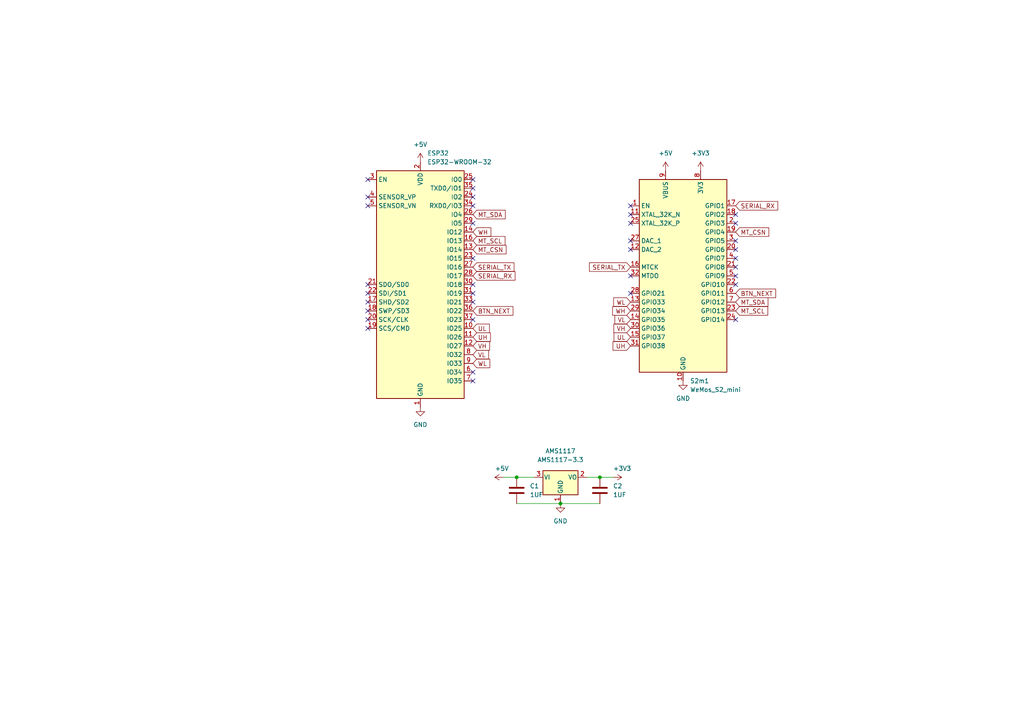
<source format=kicad_sch>
(kicad_sch (version 20211123) (generator eeschema)
  (paper "A4")
  (lib_symbols
    (symbol "Device:C" (pin_numbers hide) (pin_names (offset 0.254))
      (property "Reference" "C" (at 0.635 2.54 0))
      (property "Value" "C" (at 0.635 -2.54 0))
      (symbol "C_0_1"
        (polyline (pts (xy -2.032 -0.762) (xy 2.032 -0.762)) (stroke (width 0.508)))
        (polyline (pts (xy -2.032 0.762) (xy 2.032 0.762)) (stroke (width 0.508)))
      )
      (symbol "C_1_1"
        (pin passive line (at 0 3.81 270) (length 2.794) (name "~") (number "1"))
        (pin passive line (at 0 -3.81 90) (length 2.794) (name "~") (number "2"))
      )
    )
    (symbol "RF_Module:ESP32-WROOM-32"
      (property "Reference" "U" (at -12.7 34.29 0))
      (property "Value" "ESP32-WROOM-32" (at 1.27 34.29 0))
      (symbol "ESP32-WROOM-32_0_1"
        (rectangle (start -12.7 33.02) (end 12.7 -33.02) (stroke (width 0.254)) (fill (type background)))
      )
      (symbol "ESP32-WROOM-32_1_1"
        (pin power_in line (at 0 -35.56 90) (length 2.54) (name "GND") (number "1"))
        (pin bidirectional line (at 15.24 -12.7 180) (length 2.54) (name "IO25") (number "10"))
        (pin bidirectional line (at 15.24 -15.24 180) (length 2.54) (name "IO26") (number "11"))
        (pin bidirectional line (at 15.24 -17.78 180) (length 2.54) (name "IO27") (number "12"))
        (pin bidirectional line (at 15.24 10.16 180) (length 2.54) (name "IO14") (number "13"))
        (pin bidirectional line (at 15.24 15.24 180) (length 2.54) (name "IO12") (number "14"))
        (pin passive line (at 0 -35.56 90) (length 2.54) hide (name "GND") (number "15"))
        (pin bidirectional line (at 15.24 12.7 180) (length 2.54) (name "IO13") (number "16"))
        (pin bidirectional line (at -15.24 -5.08 0) (length 2.54) (name "SHD/SD2") (number "17"))
        (pin bidirectional line (at -15.24 -7.62 0) (length 2.54) (name "SWP/SD3") (number "18"))
        (pin bidirectional line (at -15.24 -12.7 0) (length 2.54) (name "SCS/CMD") (number "19"))
        (pin power_in line (at 0 35.56 270) (length 2.54) (name "VDD") (number "2"))
        (pin bidirectional line (at -15.24 -10.16 0) (length 2.54) (name "SCK/CLK") (number "20"))
        (pin bidirectional line (at -15.24 0 0) (length 2.54) (name "SDO/SD0") (number "21"))
        (pin bidirectional line (at -15.24 -2.54 0) (length 2.54) (name "SDI/SD1") (number "22"))
        (pin bidirectional line (at 15.24 7.62 180) (length 2.54) (name "IO15") (number "23"))
        (pin bidirectional line (at 15.24 25.4 180) (length 2.54) (name "IO2") (number "24"))
        (pin bidirectional line (at 15.24 30.48 180) (length 2.54) (name "IO0") (number "25"))
        (pin bidirectional line (at 15.24 20.32 180) (length 2.54) (name "IO4") (number "26"))
        (pin bidirectional line (at 15.24 5.08 180) (length 2.54) (name "IO16") (number "27"))
        (pin bidirectional line (at 15.24 2.54 180) (length 2.54) (name "IO17") (number "28"))
        (pin bidirectional line (at 15.24 17.78 180) (length 2.54) (name "IO5") (number "29"))
        (pin input line (at -15.24 30.48 0) (length 2.54) (name "EN") (number "3"))
        (pin bidirectional line (at 15.24 0 180) (length 2.54) (name "IO18") (number "30"))
        (pin bidirectional line (at 15.24 -2.54 180) (length 2.54) (name "IO19") (number "31"))
        (pin no_connect line (at -12.7 -27.94 0) (length 2.54) hide (name "NC") (number "32"))
        (pin bidirectional line (at 15.24 -5.08 180) (length 2.54) (name "IO21") (number "33"))
        (pin bidirectional line (at 15.24 22.86 180) (length 2.54) (name "RXD0/IO3") (number "34"))
        (pin bidirectional line (at 15.24 27.94 180) (length 2.54) (name "TXD0/IO1") (number "35"))
        (pin bidirectional line (at 15.24 -7.62 180) (length 2.54) (name "IO22") (number "36"))
        (pin bidirectional line (at 15.24 -10.16 180) (length 2.54) (name "IO23") (number "37"))
        (pin passive line (at 0 -35.56 90) (length 2.54) hide (name "GND") (number "38"))
        (pin passive line (at 0 -35.56 90) (length 2.54) hide (name "GND") (number "39"))
        (pin input line (at -15.24 25.4 0) (length 2.54) (name "SENSOR_VP") (number "4"))
        (pin input line (at -15.24 22.86 0) (length 2.54) (name "SENSOR_VN") (number "5"))
        (pin input line (at 15.24 -25.4 180) (length 2.54) (name "IO34") (number "6"))
        (pin input line (at 15.24 -27.94 180) (length 2.54) (name "IO35") (number "7"))
        (pin bidirectional line (at 15.24 -20.32 180) (length 2.54) (name "IO32") (number "8"))
        (pin bidirectional line (at 15.24 -22.86 180) (length 2.54) (name "IO33") (number "9"))
      )
    )
    (symbol "Regulator_Linear:AMS1117-3.3" (pin_names (offset 0.254))
      (property "Reference" "U" (at -3.81 3.175 0))
      (property "Value" "AMS1117-3.3" (at 0 3.175 0))
      (symbol "AMS1117-3.3_0_1"
        (rectangle (start -5.08 -5.08) (end 5.08 1.905) (stroke (width 0.254)) (fill (type background)))
      )
      (symbol "AMS1117-3.3_1_1"
        (pin power_in line (at 0 -7.62 90) (length 2.54) (name "GND") (number "1"))
        (pin power_out line (at 7.62 0 180) (length 2.54) (name "VO") (number "2"))
        (pin power_in line (at -7.62 0 0) (length 2.54) (name "VI") (number "3"))
      )
    )
    (symbol "Wemos S2 Mini (BETA):WeMos_S2_mini"
      (property "Reference" "U" (at 2.54 -30.48 0))
      (property "Value" "WeMos_S2_mini" (at 2.54 -33.02 0))
      (symbol "WeMos_S2_mini_1_1"
        (rectangle (start -12.7 27.94) (end 12.7 -27.94) (stroke (width 0.254)) (fill (type background)))
        (pin input line (at -15.24 20.32 0) (length 2.54) (name "EN") (number "1"))
        (pin power_in line (at 0 -30.48 90) (length 2.54) (name "GND") (number "10"))
        (pin input line (at -15.24 17.78 0) (length 2.54) (name "XTAL_32K_N") (number "11"))
        (pin output line (at -15.24 7.62 0) (length 2.54) (name "DAC_2") (number "12"))
        (pin bidirectional line (at -15.24 -7.62 0) (length 2.54) (name "GPIO33") (number "13"))
        (pin bidirectional line (at -15.24 -12.7 0) (length 2.54) (name "GPIO35") (number "14"))
        (pin bidirectional line (at -15.24 -17.78 0) (length 2.54) (name "GPIO37") (number "15"))
        (pin output line (at -15.24 2.54 0) (length 2.54) (name "MTCK") (number "16"))
        (pin bidirectional line (at 15.24 20.32 180) (length 2.54) (name "GPIO1") (number "17"))
        (pin bidirectional line (at 15.24 17.78 180) (length 2.54) (name "GPIO2") (number "18"))
        (pin bidirectional line (at 15.24 12.7 180) (length 2.54) (name "GPIO4") (number "19"))
        (pin bidirectional line (at 15.24 15.24 180) (length 2.54) (name "GPIO3") (number "2"))
        (pin bidirectional line (at 15.24 7.62 180) (length 2.54) (name "GPIO6") (number "20"))
        (pin bidirectional line (at 15.24 2.54 180) (length 2.54) (name "GPIO8") (number "21"))
        (pin bidirectional line (at 15.24 -2.54 180) (length 2.54) (name "GPIO10") (number "22"))
        (pin bidirectional line (at 15.24 -10.16 180) (length 2.54) (name "GPIO13") (number "23"))
        (pin bidirectional line (at 15.24 -12.7 180) (length 2.54) (name "GPIO14") (number "24"))
        (pin output line (at -15.24 15.24 0) (length 2.54) (name "XTAL_32K_P") (number "25"))
        (pin passive line (at 0 -30.48 90) (length 2.54) hide (name "GND") (number "26"))
        (pin output line (at -15.24 10.16 0) (length 2.54) (name "DAC_1") (number "27"))
        (pin bidirectional line (at -15.24 -5.08 0) (length 2.54) (name "GPIO21") (number "28"))
        (pin bidirectional line (at -15.24 -10.16 0) (length 2.54) (name "GPIO34") (number "29"))
        (pin bidirectional line (at 15.24 10.16 180) (length 2.54) (name "GPIO5") (number "3"))
        (pin bidirectional line (at -15.24 -15.24 0) (length 2.54) (name "GPIO36") (number "30"))
        (pin bidirectional line (at -15.24 -20.32 0) (length 2.54) (name "GPIO38") (number "31"))
        (pin output line (at -15.24 0 0) (length 2.54) (name "MTDO") (number "32"))
        (pin bidirectional line (at 15.24 5.08 180) (length 2.54) (name "GPIO7") (number "4"))
        (pin bidirectional line (at 15.24 0 180) (length 2.54) (name "GPIO9") (number "5"))
        (pin bidirectional line (at 15.24 -5.08 180) (length 2.54) (name "GPIO11") (number "6"))
        (pin bidirectional line (at 15.24 -7.62 180) (length 2.54) (name "GPIO12") (number "7"))
        (pin power_out line (at 5.08 30.48 270) (length 2.54) (name "3V3") (number "8"))
        (pin power_out line (at -5.08 30.48 270) (length 2.54) (name "VBUS") (number "9"))
      )
    )
    (symbol "power:+3V3" (power) (pin_names (offset 0))
      (property "Value" "+3V3" (at 0 3.556 0))
      (symbol "+3V3_0_1"
        (polyline (pts (xy -0.762 1.27) (xy 0 2.54)))
        (polyline (pts (xy 0 0) (xy 0 2.54)))
        (polyline (pts (xy 0 2.54) (xy 0.762 1.27)))
      )
      (symbol "+3V3_1_1"
        (pin power_in line (at 0 0 90) (length 0) hide (name "+3V3") (number "1"))
      )
    )
    (symbol "power:+5V" (power) (pin_names (offset 0))
      (property "Value" "+5V" (at 0 3.556 0))
      (symbol "+5V_0_1"
        (polyline (pts (xy -0.762 1.27) (xy 0 2.54)))
        (polyline (pts (xy 0 0) (xy 0 2.54)))
        (polyline (pts (xy 0 2.54) (xy 0.762 1.27)))
      )
      (symbol "+5V_1_1"
        (pin power_in line (at 0 0 90) (length 0) hide (name "+5V") (number "1"))
      )
    )
    (symbol "power:GND" (power) (pin_names (offset 0))
      (property "Value" "GND" (at 0 -3.81 0))
      (symbol "GND_0_1"
        (polyline (pts (xy 0 0) (xy 0 -1.27) (xy 1.27 -1.27) (xy 0 -2.54) (xy -1.27 -1.27) (xy 0 -1.27)))
      )
      (symbol "GND_1_1"
        (pin power_in line (at 0 0 270) (length 0) hide (name "GND") (number "1"))
      )
    )
  )
  (junction (at 162.56 146.05))
  (junction (at 149.86 138.43))
  (junction (at 173.99 138.43))
  (no_connect (at 137.16 52.07))
  (no_connect (at 137.16 54.61))
  (no_connect (at 137.16 57.15))
  (no_connect (at 106.68 52.07))
  (no_connect (at 106.68 59.69))
  (no_connect (at 106.68 57.15))
  (no_connect (at 137.16 74.93))
  (no_connect (at 137.16 107.95))
  (no_connect (at 137.16 110.49))
  (no_connect (at 106.68 95.25))
  (no_connect (at 106.68 92.71))
  (no_connect (at 106.68 90.17))
  (no_connect (at 106.68 87.63))
  (no_connect (at 106.68 85.09))
  (no_connect (at 106.68 82.55))
  (no_connect (at 137.16 59.69))
  (no_connect (at 137.16 64.77))
  (no_connect (at 137.16 82.55))
  (no_connect (at 137.16 85.09))
  (no_connect (at 137.16 87.63))
  (no_connect (at 137.16 92.71))
  (no_connect (at 182.88 80.01))
  (no_connect (at 182.88 72.39))
  (no_connect (at 182.88 85.09))
  (no_connect (at 182.88 69.85))
  (no_connect (at 182.88 64.77))
  (no_connect (at 182.88 62.23))
  (no_connect (at 182.88 59.69))
  (no_connect (at 213.36 72.39))
  (no_connect (at 213.36 92.71))
  (no_connect (at 213.36 82.55))
  (no_connect (at 213.36 69.85))
  (no_connect (at 213.36 80.01))
  (no_connect (at 213.36 74.93))
  (no_connect (at 213.36 77.47))
  (no_connect (at 213.36 64.77))
  (no_connect (at 213.36 62.23))
  (wire (pts (xy 162.56 146.05) (xy 173.99 146.05)))
  (wire (pts (xy 170.18 138.43) (xy 173.99 138.43)))
  (wire (pts (xy 149.86 146.05) (xy 162.56 146.05)))
  (wire (pts (xy 149.86 138.43) (xy 154.94 138.43)))
  (wire (pts (xy 173.99 138.43) (xy 177.8 138.43)))
  (wire (pts (xy 146.05 138.43) (xy 149.86 138.43)))
  (global_label "VL" (shape input) (at 137.16 102.87 0) (property "Intersheet References" "${INTERSHEET_REFS}" (effects hide)))
  (global_label "SERIAL_TX" (shape input) (at 137.16 77.47 0) (property "Intersheet References" "${INTERSHEET_REFS}" (effects hide)))
  (global_label "SERIAL_TX" (shape input) (at 182.88 77.47 180) (property "Intersheet References" "${INTERSHEET_REFS}" (effects hide)))
  (global_label "UH" (shape input) (at 182.88 100.33 180) (property "Intersheet References" "${INTERSHEET_REFS}" (effects hide)))
  (global_label "MT_SDA" (shape input) (at 137.16 62.23 0) (property "Intersheet References" "${INTERSHEET_REFS}" (effects hide)))
  (global_label "MT_CSN" (shape input) (at 213.36 67.31 0) (property "Intersheet References" "${INTERSHEET_REFS}" (effects hide)))
  (global_label "VL" (shape input) (at 182.88 92.71 180) (property "Intersheet References" "${INTERSHEET_REFS}" (effects hide)))
  (global_label "BTN_NEXT" (shape input) (at 213.36 85.09 0) (property "Intersheet References" "${INTERSHEET_REFS}" (effects hide)))
  (global_label "WH" (shape input) (at 182.88 90.17 180) (property "Intersheet References" "${INTERSHEET_REFS}" (effects hide)))
  (global_label "VH" (shape input) (at 182.88 95.25 180) (property "Intersheet References" "${INTERSHEET_REFS}" (effects hide)))
  (global_label "UL" (shape input) (at 137.16 95.25 0) (property "Intersheet References" "${INTERSHEET_REFS}" (effects hide)))
  (global_label "WH" (shape input) (at 137.16 67.31 0) (property "Intersheet References" "${INTERSHEET_REFS}" (effects hide)))
  (global_label "MT_SCL" (shape input) (at 137.16 69.85 0) (property "Intersheet References" "${INTERSHEET_REFS}" (effects hide)))
  (global_label "SERIAL_RX" (shape input) (at 213.36 59.69 0) (property "Intersheet References" "${INTERSHEET_REFS}" (effects hide)))
  (global_label "MT_SDA" (shape input) (at 213.36 87.63 0) (property "Intersheet References" "${INTERSHEET_REFS}" (effects hide)))
  (global_label "WL" (shape input) (at 137.16 105.41 0) (property "Intersheet References" "${INTERSHEET_REFS}" (effects hide)))
  (global_label "BTN_NEXT" (shape input) (at 137.16 90.17 0) (property "Intersheet References" "${INTERSHEET_REFS}" (effects hide)))
  (global_label "SERIAL_RX" (shape input) (at 137.16 80.01 0) (property "Intersheet References" "${INTERSHEET_REFS}" (effects hide)))
  (global_label "WL" (shape input) (at 182.88 87.63 180) (property "Intersheet References" "${INTERSHEET_REFS}" (effects hide)))
  (global_label "VH" (shape input) (at 137.16 100.33 0) (property "Intersheet References" "${INTERSHEET_REFS}" (effects hide)))
  (global_label "MT_CSN" (shape input) (at 137.16 72.39 0) (property "Intersheet References" "${INTERSHEET_REFS}" (effects hide)))
  (global_label "MT_SCL" (shape input) (at 213.36 90.17 0) (property "Intersheet References" "${INTERSHEET_REFS}" (effects hide)))
  (global_label "UL" (shape input) (at 182.88 97.79 180) (property "Intersheet References" "${INTERSHEET_REFS}" (effects hide)))
  (global_label "UH" (shape input) (at 137.16 97.79 0) (property "Intersheet References" "${INTERSHEET_REFS}" (effects hide)))
  (symbol (lib_id "power:+3V3") (at 177.8 138.43 270) (unit 1)
    (property "Reference" "#PWR0108" (effects hide))
    (property "Value" "+3V3" (at 177.8 135.89 90) (effects (justify left)))
  )
  (symbol (lib_id "Device:C") (at 149.86 142.24 0) (unit 1)
    (property "Reference" "C1" (at 153.67 140.9699 0) (effects (justify left)))
    (property "Value" "1UF" (at 153.67 143.5099 0) (effects (justify left)))
    (property "Footprint" "Capacitor_SMD:C_0603_1608Metric_Pad1.08x0.95mm_HandSolder" (effects hide))
  )
  (symbol (lib_id "power:+5V") (at 193.04 49.53 0) (unit 1)
    (property "Reference" "#PWR0103" (effects hide))
    (property "Value" "+5V" (at 193.04 44.45 0))
  )
  (symbol (lib_id "power:GND") (at 198.12 110.49 0) (unit 1)
    (property "Reference" "#PWR0105" (effects hide))
    (property "Value" "GND" (at 198.12 115.57 0))
  )
  (symbol (lib_id "power:GND") (at 162.56 146.05 0) (unit 1)
    (property "Reference" "#PWR0107" (effects hide))
    (property "Value" "GND" (at 162.56 151.13 0))
  )
  (symbol (lib_id "Wemos S2 Mini (BETA):WeMos_S2_mini") (at 198.12 80.01 0) (unit 1)
    (property "Reference" "S2m1" (at 200.1394 110.49 0) (effects (justify left)))
    (property "Value" "WeMos_S2_mini" (at 200.1394 113.03 0) (effects (justify left)))
    (property "Footprint" "Wemos S2 Mini:WEMOS_S2_mini" (effects hide))
    (property "Datasheet" "https://www.wemos.cc/en/latest/s2/s2_mini.html" (effects hide))
  )
  (symbol (lib_id "RF_Module:ESP32-WROOM-32") (at 121.92 82.55 0) (unit 1)
    (property "Reference" "ESP32" (at 123.9394 44.45 0) (effects (justify left)))
    (property "Value" "ESP32-WROOM-32" (at 123.9394 46.99 0) (effects (justify left)))
    (property "Footprint" "RF_Module:ESP32-WROOM-32" (effects hide))
    (property "Datasheet" "https://www.espressif.com/sites/default/files/documentation/esp32-wroom-32_datasheet_en.pdf" (effects hide))
  )
  (symbol (lib_id "power:+5V") (at 146.05 138.43 90) (unit 1)
    (property "Reference" "#PWR0106" (effects hide))
    (property "Value" "+5V" (at 143.51 135.89 90) (effects (justify right)))
  )
  (symbol (lib_id "Device:C") (at 173.99 142.24 0) (unit 1)
    (property "Reference" "C2" (at 177.8 140.9699 0) (effects (justify left)))
    (property "Value" "1UF" (at 177.8 143.5099 0) (effects (justify left)))
    (property "Footprint" "Capacitor_SMD:C_0603_1608Metric_Pad1.08x0.95mm_HandSolder" (effects hide))
  )
  (symbol (lib_id "Regulator_Linear:AMS1117-3.3") (at 162.56 138.43 0) (unit 1)
    (property "Reference" "AMS1117" (at 162.56 130.81 0))
    (property "Value" "AMS1117-3.3" (at 162.56 133.35 0))
    (property "Footprint" "Package_TO_SOT_SMD:SOT-223-3_TabPin2" (effects hide))
    (property "Datasheet" "http://www.advanced-monolithic.com/pdf/ds1117.pdf" (effects hide))
  )
  (symbol (lib_id "power:+5V") (at 121.92 46.99 0) (unit 1)
    (property "Reference" "#PWR0101" (effects hide))
    (property "Value" "+5V" (at 121.92 41.91 0))
  )
  (symbol (lib_id "power:+3V3") (at 203.2 49.53 0) (unit 1)
    (property "Reference" "#PWR0104" (effects hide))
    (property "Value" "+3V3" (at 203.2 44.45 0))
  )
  (symbol (lib_id "power:GND") (at 121.92 118.11 0) (unit 1)
    (property "Reference" "#PWR0102" (effects hide))
    (property "Value" "GND" (at 121.92 123.19 0))
  )
)
</source>
